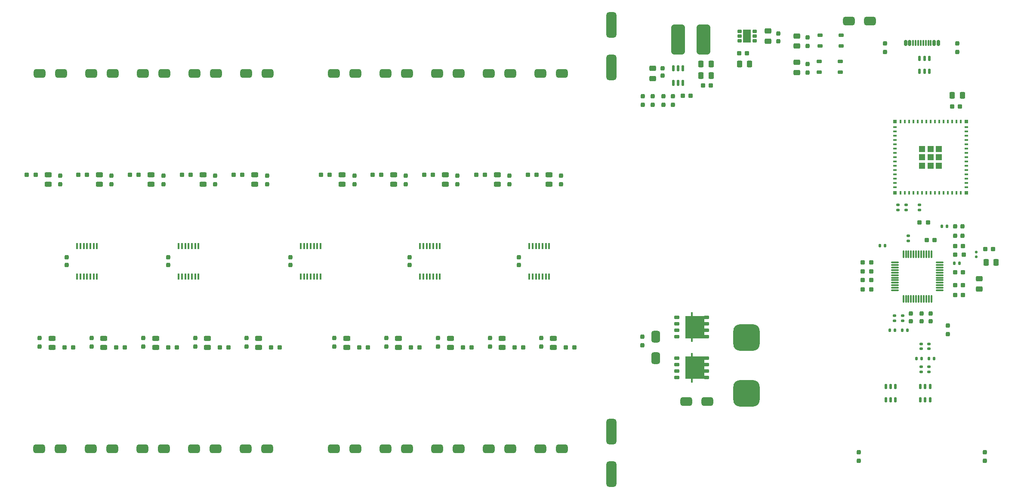
<source format=gtp>
G04*
G04 #@! TF.GenerationSoftware,Altium Limited,Altium Designer,25.4.2 (15)*
G04*
G04 Layer_Color=8421504*
%FSLAX44Y44*%
%MOMM*%
G71*
G04*
G04 #@! TF.SameCoordinates,BB2F4313-EE7A-43B8-A872-F110206310C3*
G04*
G04*
G04 #@! TF.FilePolarity,Positive*
G04*
G01*
G75*
G04:AMPARAMS|DCode=15|XSize=5.2mm|YSize=5.2mm|CornerRadius=1.3mm|HoleSize=0mm|Usage=FLASHONLY|Rotation=270.000|XOffset=0mm|YOffset=0mm|HoleType=Round|Shape=RoundedRectangle|*
%AMROUNDEDRECTD15*
21,1,5.2000,2.6000,0,0,270.0*
21,1,2.6000,5.2000,0,0,270.0*
1,1,2.6000,-1.3000,-1.3000*
1,1,2.6000,-1.3000,1.3000*
1,1,2.6000,1.3000,1.3000*
1,1,2.6000,1.3000,-1.3000*
%
%ADD15ROUNDEDRECTD15*%
G04:AMPARAMS|DCode=16|XSize=5mm|YSize=2mm|CornerRadius=0.5mm|HoleSize=0mm|Usage=FLASHONLY|Rotation=270.000|XOffset=0mm|YOffset=0mm|HoleType=Round|Shape=RoundedRectangle|*
%AMROUNDEDRECTD16*
21,1,5.0000,1.0000,0,0,270.0*
21,1,4.0000,2.0000,0,0,270.0*
1,1,1.0000,-0.5000,-2.0000*
1,1,1.0000,-0.5000,2.0000*
1,1,1.0000,0.5000,2.0000*
1,1,1.0000,0.5000,-2.0000*
%
%ADD16ROUNDEDRECTD16*%
G04:AMPARAMS|DCode=17|XSize=0.6mm|YSize=1.1mm|CornerRadius=0.15mm|HoleSize=0mm|Usage=FLASHONLY|Rotation=270.000|XOffset=0mm|YOffset=0mm|HoleType=Round|Shape=RoundedRectangle|*
%AMROUNDEDRECTD17*
21,1,0.6000,0.8000,0,0,270.0*
21,1,0.3000,1.1000,0,0,270.0*
1,1,0.3000,-0.4000,-0.1500*
1,1,0.3000,-0.4000,0.1500*
1,1,0.3000,0.4000,0.1500*
1,1,0.3000,0.4000,-0.1500*
%
%ADD17ROUNDEDRECTD17*%
%ADD18R,3.8000X4.4000*%
G04:AMPARAMS|DCode=19|XSize=0.4mm|YSize=0.9mm|CornerRadius=0.1mm|HoleSize=0mm|Usage=FLASHONLY|Rotation=0.000|XOffset=0mm|YOffset=0mm|HoleType=Round|Shape=RoundedRectangle|*
%AMROUNDEDRECTD19*
21,1,0.4000,0.7000,0,0,0.0*
21,1,0.2000,0.9000,0,0,0.0*
1,1,0.2000,0.1000,-0.3500*
1,1,0.2000,-0.1000,-0.3500*
1,1,0.2000,-0.1000,0.3500*
1,1,0.2000,0.1000,0.3500*
%
%ADD19ROUNDEDRECTD19*%
G04:AMPARAMS|DCode=20|XSize=1.05mm|YSize=0.65mm|CornerRadius=0.1625mm|HoleSize=0mm|Usage=FLASHONLY|Rotation=180.000|XOffset=0mm|YOffset=0mm|HoleType=Round|Shape=RoundedRectangle|*
%AMROUNDEDRECTD20*
21,1,1.0500,0.3250,0,0,180.0*
21,1,0.7250,0.6500,0,0,180.0*
1,1,0.3250,-0.3625,0.1625*
1,1,0.3250,0.3625,0.1625*
1,1,0.3250,0.3625,-0.1625*
1,1,0.3250,-0.3625,-0.1625*
%
%ADD20ROUNDEDRECTD20*%
%ADD21R,0.4000X0.8000*%
%ADD22R,1.2000X1.2000*%
%ADD23R,0.8000X0.4000*%
%ADD24R,0.8000X0.8000*%
G04:AMPARAMS|DCode=25|XSize=0.6mm|YSize=1.14mm|CornerRadius=0.15mm|HoleSize=0mm|Usage=FLASHONLY|Rotation=180.000|XOffset=0mm|YOffset=0mm|HoleType=Round|Shape=RoundedRectangle|*
%AMROUNDEDRECTD25*
21,1,0.6000,0.8400,0,0,180.0*
21,1,0.3000,1.1400,0,0,180.0*
1,1,0.3000,-0.1500,0.4200*
1,1,0.3000,0.1500,0.4200*
1,1,0.3000,0.1500,-0.4200*
1,1,0.3000,-0.1500,-0.4200*
%
%ADD25ROUNDEDRECTD25*%
G04:AMPARAMS|DCode=26|XSize=0.3mm|YSize=1.14mm|CornerRadius=0.075mm|HoleSize=0mm|Usage=FLASHONLY|Rotation=180.000|XOffset=0mm|YOffset=0mm|HoleType=Round|Shape=RoundedRectangle|*
%AMROUNDEDRECTD26*
21,1,0.3000,0.9900,0,0,180.0*
21,1,0.1500,1.1400,0,0,180.0*
1,1,0.1500,-0.0750,0.4950*
1,1,0.1500,0.0750,0.4950*
1,1,0.1500,0.0750,-0.4950*
1,1,0.1500,-0.0750,-0.4950*
%
%ADD26ROUNDEDRECTD26*%
G04:AMPARAMS|DCode=27|XSize=2.7mm|YSize=6mm|CornerRadius=0.675mm|HoleSize=0mm|Usage=FLASHONLY|Rotation=0.000|XOffset=0mm|YOffset=0mm|HoleType=Round|Shape=RoundedRectangle|*
%AMROUNDEDRECTD27*
21,1,2.7000,4.6500,0,0,0.0*
21,1,1.3500,6.0000,0,0,0.0*
1,1,1.3500,0.6750,-2.3250*
1,1,1.3500,-0.6750,-2.3250*
1,1,1.3500,-0.6750,2.3250*
1,1,1.3500,0.6750,2.3250*
%
%ADD27ROUNDEDRECTD27*%
G04:AMPARAMS|DCode=28|XSize=2.3mm|YSize=1.7mm|CornerRadius=0.425mm|HoleSize=0mm|Usage=FLASHONLY|Rotation=180.000|XOffset=0mm|YOffset=0mm|HoleType=Round|Shape=RoundedRectangle|*
%AMROUNDEDRECTD28*
21,1,2.3000,0.8500,0,0,180.0*
21,1,1.4500,1.7000,0,0,180.0*
1,1,0.8500,-0.7250,0.4250*
1,1,0.8500,0.7250,0.4250*
1,1,0.8500,0.7250,-0.4250*
1,1,0.8500,-0.7250,-0.4250*
%
%ADD28ROUNDEDRECTD28*%
G04:AMPARAMS|DCode=29|XSize=2.3mm|YSize=1.7mm|CornerRadius=0.425mm|HoleSize=0mm|Usage=FLASHONLY|Rotation=90.000|XOffset=0mm|YOffset=0mm|HoleType=Round|Shape=RoundedRectangle|*
%AMROUNDEDRECTD29*
21,1,2.3000,0.8500,0,0,90.0*
21,1,1.4500,1.7000,0,0,90.0*
1,1,0.8500,0.4250,0.7250*
1,1,0.8500,0.4250,-0.7250*
1,1,0.8500,-0.4250,-0.7250*
1,1,0.8500,-0.4250,0.7250*
%
%ADD29ROUNDEDRECTD29*%
G04:AMPARAMS|DCode=30|XSize=0.3mm|YSize=1.5mm|CornerRadius=0.075mm|HoleSize=0mm|Usage=FLASHONLY|Rotation=90.000|XOffset=0mm|YOffset=0mm|HoleType=Round|Shape=RoundedRectangle|*
%AMROUNDEDRECTD30*
21,1,0.3000,1.3500,0,0,90.0*
21,1,0.1500,1.5000,0,0,90.0*
1,1,0.1500,0.6750,0.0750*
1,1,0.1500,0.6750,-0.0750*
1,1,0.1500,-0.6750,-0.0750*
1,1,0.1500,-0.6750,0.0750*
%
%ADD30ROUNDEDRECTD30*%
G04:AMPARAMS|DCode=31|XSize=0.3mm|YSize=1.5mm|CornerRadius=0.075mm|HoleSize=0mm|Usage=FLASHONLY|Rotation=180.000|XOffset=0mm|YOffset=0mm|HoleType=Round|Shape=RoundedRectangle|*
%AMROUNDEDRECTD31*
21,1,0.3000,1.3500,0,0,180.0*
21,1,0.1500,1.5000,0,0,180.0*
1,1,0.1500,-0.0750,0.6750*
1,1,0.1500,0.0750,0.6750*
1,1,0.1500,0.0750,-0.6750*
1,1,0.1500,-0.0750,-0.6750*
%
%ADD31ROUNDEDRECTD31*%
G04:AMPARAMS|DCode=32|XSize=0.9mm|YSize=0.8mm|CornerRadius=0.2mm|HoleSize=0mm|Usage=FLASHONLY|Rotation=90.000|XOffset=0mm|YOffset=0mm|HoleType=Round|Shape=RoundedRectangle|*
%AMROUNDEDRECTD32*
21,1,0.9000,0.4000,0,0,90.0*
21,1,0.5000,0.8000,0,0,90.0*
1,1,0.4000,0.2000,0.2500*
1,1,0.4000,0.2000,-0.2500*
1,1,0.4000,-0.2000,-0.2500*
1,1,0.4000,-0.2000,0.2500*
%
%ADD32ROUNDEDRECTD32*%
G04:AMPARAMS|DCode=33|XSize=0.9mm|YSize=0.6mm|CornerRadius=0.15mm|HoleSize=0mm|Usage=FLASHONLY|Rotation=180.000|XOffset=0mm|YOffset=0mm|HoleType=Round|Shape=RoundedRectangle|*
%AMROUNDEDRECTD33*
21,1,0.9000,0.3000,0,0,180.0*
21,1,0.6000,0.6000,0,0,180.0*
1,1,0.3000,-0.3000,0.1500*
1,1,0.3000,0.3000,0.1500*
1,1,0.3000,0.3000,-0.1500*
1,1,0.3000,-0.3000,-0.1500*
%
%ADD33ROUNDEDRECTD33*%
%ADD34R,1.6000X2.5000*%
G04:AMPARAMS|DCode=35|XSize=1mm|YSize=1.4mm|CornerRadius=0.25mm|HoleSize=0mm|Usage=FLASHONLY|Rotation=270.000|XOffset=0mm|YOffset=0mm|HoleType=Round|Shape=RoundedRectangle|*
%AMROUNDEDRECTD35*
21,1,1.0000,0.9000,0,0,270.0*
21,1,0.5000,1.4000,0,0,270.0*
1,1,0.5000,-0.4500,-0.2500*
1,1,0.5000,-0.4500,0.2500*
1,1,0.5000,0.4500,0.2500*
1,1,0.5000,0.4500,-0.2500*
%
%ADD35ROUNDEDRECTD35*%
G04:AMPARAMS|DCode=36|XSize=1mm|YSize=0.5mm|CornerRadius=0.125mm|HoleSize=0mm|Usage=FLASHONLY|Rotation=270.000|XOffset=0mm|YOffset=0mm|HoleType=Round|Shape=RoundedRectangle|*
%AMROUNDEDRECTD36*
21,1,1.0000,0.2500,0,0,270.0*
21,1,0.7500,0.5000,0,0,270.0*
1,1,0.2500,-0.1250,-0.3750*
1,1,0.2500,-0.1250,0.3750*
1,1,0.2500,0.1250,0.3750*
1,1,0.2500,0.1250,-0.3750*
%
%ADD36ROUNDEDRECTD36*%
G04:AMPARAMS|DCode=37|XSize=1.2mm|YSize=0.5mm|CornerRadius=0.125mm|HoleSize=0mm|Usage=FLASHONLY|Rotation=270.000|XOffset=0mm|YOffset=0mm|HoleType=Round|Shape=RoundedRectangle|*
%AMROUNDEDRECTD37*
21,1,1.2000,0.2500,0,0,270.0*
21,1,0.9500,0.5000,0,0,270.0*
1,1,0.2500,-0.1250,-0.4750*
1,1,0.2500,-0.1250,0.4750*
1,1,0.2500,0.1250,0.4750*
1,1,0.2500,0.1250,-0.4750*
%
%ADD37ROUNDEDRECTD37*%
G04:AMPARAMS|DCode=38|XSize=1.25mm|YSize=0.35mm|CornerRadius=0.0875mm|HoleSize=0mm|Usage=FLASHONLY|Rotation=90.000|XOffset=0mm|YOffset=0mm|HoleType=Round|Shape=RoundedRectangle|*
%AMROUNDEDRECTD38*
21,1,1.2500,0.1750,0,0,90.0*
21,1,1.0750,0.3500,0,0,90.0*
1,1,0.1750,0.0875,0.5375*
1,1,0.1750,0.0875,-0.5375*
1,1,0.1750,-0.0875,-0.5375*
1,1,0.1750,-0.0875,0.5375*
%
%ADD38ROUNDEDRECTD38*%
G04:AMPARAMS|DCode=39|XSize=0.5mm|YSize=0.5mm|CornerRadius=0.125mm|HoleSize=0mm|Usage=FLASHONLY|Rotation=270.000|XOffset=0mm|YOffset=0mm|HoleType=Round|Shape=RoundedRectangle|*
%AMROUNDEDRECTD39*
21,1,0.5000,0.2500,0,0,270.0*
21,1,0.2500,0.5000,0,0,270.0*
1,1,0.2500,-0.1250,-0.1250*
1,1,0.2500,-0.1250,0.1250*
1,1,0.2500,0.1250,0.1250*
1,1,0.2500,0.1250,-0.1250*
%
%ADD39ROUNDEDRECTD39*%
G04:AMPARAMS|DCode=40|XSize=0.9mm|YSize=0.8mm|CornerRadius=0.2mm|HoleSize=0mm|Usage=FLASHONLY|Rotation=0.000|XOffset=0mm|YOffset=0mm|HoleType=Round|Shape=RoundedRectangle|*
%AMROUNDEDRECTD40*
21,1,0.9000,0.4000,0,0,0.0*
21,1,0.5000,0.8000,0,0,0.0*
1,1,0.4000,0.2500,-0.2000*
1,1,0.4000,-0.2500,-0.2000*
1,1,0.4000,-0.2500,0.2000*
1,1,0.4000,0.2500,0.2000*
%
%ADD40ROUNDEDRECTD40*%
G04:AMPARAMS|DCode=41|XSize=0.5mm|YSize=0.6mm|CornerRadius=0.125mm|HoleSize=0mm|Usage=FLASHONLY|Rotation=90.000|XOffset=0mm|YOffset=0mm|HoleType=Round|Shape=RoundedRectangle|*
%AMROUNDEDRECTD41*
21,1,0.5000,0.3500,0,0,90.0*
21,1,0.2500,0.6000,0,0,90.0*
1,1,0.2500,0.1750,0.1250*
1,1,0.2500,0.1750,-0.1250*
1,1,0.2500,-0.1750,-0.1250*
1,1,0.2500,-0.1750,0.1250*
%
%ADD41ROUNDEDRECTD41*%
G04:AMPARAMS|DCode=42|XSize=0.5mm|YSize=0.6mm|CornerRadius=0.125mm|HoleSize=0mm|Usage=FLASHONLY|Rotation=0.000|XOffset=0mm|YOffset=0mm|HoleType=Round|Shape=RoundedRectangle|*
%AMROUNDEDRECTD42*
21,1,0.5000,0.3500,0,0,0.0*
21,1,0.2500,0.6000,0,0,0.0*
1,1,0.2500,0.1250,-0.1750*
1,1,0.2500,-0.1250,-0.1750*
1,1,0.2500,-0.1250,0.1750*
1,1,0.2500,0.1250,0.1750*
%
%ADD42ROUNDEDRECTD42*%
G04:AMPARAMS|DCode=43|XSize=1.1mm|YSize=1.3mm|CornerRadius=0.275mm|HoleSize=0mm|Usage=FLASHONLY|Rotation=180.000|XOffset=0mm|YOffset=0mm|HoleType=Round|Shape=RoundedRectangle|*
%AMROUNDEDRECTD43*
21,1,1.1000,0.7500,0,0,180.0*
21,1,0.5500,1.3000,0,0,180.0*
1,1,0.5500,-0.2750,0.3750*
1,1,0.5500,0.2750,0.3750*
1,1,0.5500,0.2750,-0.3750*
1,1,0.5500,-0.2750,-0.3750*
%
%ADD43ROUNDEDRECTD43*%
G04:AMPARAMS|DCode=44|XSize=1.1mm|YSize=1.3mm|CornerRadius=0.275mm|HoleSize=0mm|Usage=FLASHONLY|Rotation=270.000|XOffset=0mm|YOffset=0mm|HoleType=Round|Shape=RoundedRectangle|*
%AMROUNDEDRECTD44*
21,1,1.1000,0.7500,0,0,270.0*
21,1,0.5500,1.3000,0,0,270.0*
1,1,0.5500,-0.3750,-0.2750*
1,1,0.5500,-0.3750,0.2750*
1,1,0.5500,0.3750,0.2750*
1,1,0.5500,0.3750,-0.2750*
%
%ADD44ROUNDEDRECTD44*%
D15*
X1458000Y349000D02*
D03*
Y239000D02*
D03*
D16*
X1192000Y882000D02*
D03*
Y966000D02*
D03*
Y164000D02*
D03*
Y80000D02*
D03*
D17*
X1321000Y309050D02*
D03*
Y296350D02*
D03*
Y283650D02*
D03*
Y270950D02*
D03*
X1379000Y309050D02*
D03*
Y296350D02*
D03*
Y283650D02*
D03*
Y270950D02*
D03*
X1321000Y389050D02*
D03*
Y376350D02*
D03*
Y363650D02*
D03*
Y350950D02*
D03*
X1379000Y389050D02*
D03*
Y376350D02*
D03*
Y363650D02*
D03*
Y350950D02*
D03*
D18*
X1356000Y290000D02*
D03*
X1356000Y370000D02*
D03*
D19*
X1350000Y265000D02*
D03*
Y315000D02*
D03*
X1350000Y345000D02*
D03*
Y395000D02*
D03*
D20*
X1601250Y893750D02*
D03*
X1642750D02*
D03*
X1601250Y872250D02*
D03*
X1642750D02*
D03*
X1602250Y945750D02*
D03*
X1643750D02*
D03*
X1602250Y924250D02*
D03*
X1643750D02*
D03*
D21*
X1760500Y635000D02*
D03*
X1769000D02*
D03*
X1777500D02*
D03*
X1786000D02*
D03*
X1794500D02*
D03*
X1803000D02*
D03*
X1811500D02*
D03*
X1820000D02*
D03*
X1828500D02*
D03*
X1837000D02*
D03*
X1845500D02*
D03*
X1854000D02*
D03*
X1862500D02*
D03*
X1871000D02*
D03*
X1879500D02*
D03*
X1760500Y775000D02*
D03*
X1769000D02*
D03*
X1777500D02*
D03*
X1786000D02*
D03*
X1794500D02*
D03*
X1803000D02*
D03*
X1811500D02*
D03*
X1820000D02*
D03*
X1828500D02*
D03*
X1837000D02*
D03*
X1845500D02*
D03*
X1854000D02*
D03*
X1862500D02*
D03*
X1871000D02*
D03*
X1879500D02*
D03*
D22*
X1836500Y721500D02*
D03*
X1820000D02*
D03*
X1803500D02*
D03*
Y705000D02*
D03*
Y688500D02*
D03*
X1820000D02*
D03*
X1836500D02*
D03*
Y705000D02*
D03*
X1820000D02*
D03*
D23*
X1890000Y764500D02*
D03*
Y756000D02*
D03*
Y747500D02*
D03*
Y739000D02*
D03*
Y730500D02*
D03*
Y722000D02*
D03*
Y713500D02*
D03*
Y705000D02*
D03*
Y696500D02*
D03*
Y688000D02*
D03*
Y679500D02*
D03*
Y671000D02*
D03*
Y662500D02*
D03*
Y654000D02*
D03*
Y645500D02*
D03*
X1750000D02*
D03*
Y654000D02*
D03*
Y662500D02*
D03*
Y671000D02*
D03*
Y679500D02*
D03*
Y688000D02*
D03*
Y696500D02*
D03*
Y705000D02*
D03*
Y713500D02*
D03*
Y722000D02*
D03*
Y730500D02*
D03*
Y739000D02*
D03*
Y747500D02*
D03*
Y756000D02*
D03*
Y764500D02*
D03*
D24*
Y635000D02*
D03*
X1890000D02*
D03*
X1750000Y775000D02*
D03*
X1890000D02*
D03*
D25*
X1835000Y930000D02*
D03*
X1827000D02*
D03*
X1771000D02*
D03*
X1779000D02*
D03*
D26*
X1820500D02*
D03*
X1815500D02*
D03*
X1810500D02*
D03*
X1805500D02*
D03*
X1800500D02*
D03*
X1795500D02*
D03*
X1790500D02*
D03*
X1785500D02*
D03*
D27*
X1373000Y937000D02*
D03*
X1323000D02*
D03*
D28*
X1339000Y223000D02*
D03*
X1381000D02*
D03*
X1701000Y973000D02*
D03*
X1659000D02*
D03*
X1052200Y130000D02*
D03*
X1094200D02*
D03*
X950600D02*
D03*
X992600D02*
D03*
X849000D02*
D03*
X891000D02*
D03*
X747400D02*
D03*
X789400D02*
D03*
X645800D02*
D03*
X687800D02*
D03*
X472200D02*
D03*
X514200D02*
D03*
X370600D02*
D03*
X412600D02*
D03*
X269000D02*
D03*
X311000D02*
D03*
X167400D02*
D03*
X209400D02*
D03*
X65800D02*
D03*
X107800D02*
D03*
X108800Y870000D02*
D03*
X66800D02*
D03*
X210400D02*
D03*
X168400D02*
D03*
X312000D02*
D03*
X270000D02*
D03*
X413600D02*
D03*
X371600D02*
D03*
X515200D02*
D03*
X473200D02*
D03*
X687800D02*
D03*
X645800D02*
D03*
X789400D02*
D03*
X747400D02*
D03*
X891000D02*
D03*
X849000D02*
D03*
X992600D02*
D03*
X950600D02*
D03*
X1094200D02*
D03*
X1052200D02*
D03*
D29*
X1279000Y351000D02*
D03*
Y309000D02*
D03*
D30*
X1750000Y442500D02*
D03*
Y447500D02*
D03*
Y452500D02*
D03*
Y457500D02*
D03*
Y462500D02*
D03*
Y467500D02*
D03*
Y472500D02*
D03*
Y477500D02*
D03*
Y482500D02*
D03*
Y487500D02*
D03*
Y492500D02*
D03*
Y497500D02*
D03*
X1838000D02*
D03*
Y492500D02*
D03*
Y487500D02*
D03*
Y482500D02*
D03*
Y477500D02*
D03*
Y472500D02*
D03*
Y467500D02*
D03*
Y462500D02*
D03*
Y457500D02*
D03*
Y452500D02*
D03*
Y447500D02*
D03*
Y442500D02*
D03*
D31*
X1766500Y514000D02*
D03*
X1771500D02*
D03*
X1776500D02*
D03*
X1781500D02*
D03*
X1786500D02*
D03*
X1791500D02*
D03*
X1796500D02*
D03*
X1801500D02*
D03*
X1806500D02*
D03*
X1811500D02*
D03*
X1816500D02*
D03*
X1821500D02*
D03*
Y426000D02*
D03*
X1816500D02*
D03*
X1811500D02*
D03*
X1806500D02*
D03*
X1801500D02*
D03*
X1796500D02*
D03*
X1791500D02*
D03*
X1786500D02*
D03*
X1781500D02*
D03*
X1776500D02*
D03*
X1771500D02*
D03*
X1766500D02*
D03*
D32*
X1868500Y549830D02*
D03*
Y568330D02*
D03*
X1883000D02*
D03*
Y549830D02*
D03*
X1253000Y334500D02*
D03*
Y351500D02*
D03*
X1254000Y808500D02*
D03*
Y825500D02*
D03*
X1294000D02*
D03*
Y808500D02*
D03*
X1273000Y825500D02*
D03*
Y808500D02*
D03*
X1313000Y808500D02*
D03*
Y825500D02*
D03*
X1873000Y912500D02*
D03*
Y929500D02*
D03*
X1730000Y912500D02*
D03*
Y929500D02*
D03*
X1578040Y872164D02*
D03*
Y889164D02*
D03*
X1578040Y924164D02*
D03*
Y941164D02*
D03*
X1679000Y123500D02*
D03*
Y106500D02*
D03*
X1927000Y123500D02*
D03*
Y106500D02*
D03*
X1854000Y356500D02*
D03*
Y373500D02*
D03*
X1054000Y348500D02*
D03*
Y331500D02*
D03*
X953000Y348500D02*
D03*
Y331500D02*
D03*
X851000Y348500D02*
D03*
Y331500D02*
D03*
X749000Y348500D02*
D03*
Y331500D02*
D03*
X647000Y348500D02*
D03*
Y331500D02*
D03*
X473990Y348500D02*
D03*
Y331500D02*
D03*
X372990Y348500D02*
D03*
Y331500D02*
D03*
X270990Y348500D02*
D03*
Y331500D02*
D03*
X168990Y348500D02*
D03*
Y331500D02*
D03*
X66990Y348500D02*
D03*
Y331500D02*
D03*
X107210Y651500D02*
D03*
Y668500D02*
D03*
X208210Y651500D02*
D03*
Y668500D02*
D03*
X310210Y651500D02*
D03*
Y668500D02*
D03*
X412210Y651500D02*
D03*
Y668500D02*
D03*
X514210Y651500D02*
D03*
Y668500D02*
D03*
X686190Y651500D02*
D03*
Y668500D02*
D03*
X787190Y651500D02*
D03*
Y668500D02*
D03*
X889190Y651500D02*
D03*
Y668500D02*
D03*
X991190Y651500D02*
D03*
Y668500D02*
D03*
X1093190Y651500D02*
D03*
Y668500D02*
D03*
X1520000Y933500D02*
D03*
Y948500D02*
D03*
X1293000Y880500D02*
D03*
Y865500D02*
D03*
X1802000Y396500D02*
D03*
Y381500D02*
D03*
X1781478Y396545D02*
D03*
Y381545D02*
D03*
X1819750Y396500D02*
D03*
Y381500D02*
D03*
X1010000Y507500D02*
D03*
Y492500D02*
D03*
X795000Y507500D02*
D03*
Y492500D02*
D03*
X560000Y507500D02*
D03*
Y492500D02*
D03*
X320000Y507500D02*
D03*
Y492500D02*
D03*
X120000Y507500D02*
D03*
Y492500D02*
D03*
D33*
X1474000Y934500D02*
D03*
Y944000D02*
D03*
Y953500D02*
D03*
X1444000Y934500D02*
D03*
Y944000D02*
D03*
Y953500D02*
D03*
D34*
X1459000Y944000D02*
D03*
D35*
X1078000Y348000D02*
D03*
Y330000D02*
D03*
X977000Y348000D02*
D03*
Y330000D02*
D03*
X875000Y348000D02*
D03*
Y330000D02*
D03*
X773000Y348000D02*
D03*
Y330000D02*
D03*
X671000Y348000D02*
D03*
Y330000D02*
D03*
X497990Y348000D02*
D03*
Y330000D02*
D03*
X396990Y348000D02*
D03*
Y330000D02*
D03*
X294990Y348000D02*
D03*
Y330000D02*
D03*
X192990Y348000D02*
D03*
Y330000D02*
D03*
X90990Y348000D02*
D03*
Y330000D02*
D03*
X83210Y652000D02*
D03*
Y670000D02*
D03*
X184210Y652000D02*
D03*
Y670000D02*
D03*
X286210Y652000D02*
D03*
Y670000D02*
D03*
X388210Y652000D02*
D03*
Y670000D02*
D03*
X490210Y652000D02*
D03*
Y670000D02*
D03*
X662190Y652000D02*
D03*
Y670000D02*
D03*
X763190Y652000D02*
D03*
Y670000D02*
D03*
X865190Y652000D02*
D03*
Y670000D02*
D03*
X967190Y652000D02*
D03*
Y670000D02*
D03*
X1069190Y652000D02*
D03*
Y670000D02*
D03*
D36*
X1798500Y874000D02*
D03*
X1808000D02*
D03*
X1817500D02*
D03*
X1798500Y900000D02*
D03*
X1808000D02*
D03*
X1817500D02*
D03*
X1732000Y227000D02*
D03*
X1741500D02*
D03*
X1751000D02*
D03*
X1732000Y253000D02*
D03*
X1741500D02*
D03*
X1751000D02*
D03*
X1800000Y227000D02*
D03*
X1809500D02*
D03*
X1819000D02*
D03*
X1800000Y253000D02*
D03*
X1809500D02*
D03*
X1819000D02*
D03*
D37*
X1313500Y851750D02*
D03*
X1323000D02*
D03*
X1332500D02*
D03*
X1313500Y880250D02*
D03*
X1323000D02*
D03*
X1332500D02*
D03*
D38*
X1069500Y530000D02*
D03*
X1063000D02*
D03*
X1056500D02*
D03*
X1050000D02*
D03*
X1043500D02*
D03*
X1037000D02*
D03*
X1030500D02*
D03*
X1069500Y470000D02*
D03*
X1063000D02*
D03*
X1056500D02*
D03*
X1050000D02*
D03*
X1043500D02*
D03*
X1037000D02*
D03*
X1030500D02*
D03*
X854500Y530000D02*
D03*
X848000D02*
D03*
X841500D02*
D03*
X835000D02*
D03*
X828500D02*
D03*
X822000D02*
D03*
X815500D02*
D03*
X854500Y470000D02*
D03*
X848000D02*
D03*
X841500D02*
D03*
X835000D02*
D03*
X828500D02*
D03*
X822000D02*
D03*
X815500D02*
D03*
X619500Y530000D02*
D03*
X613000D02*
D03*
X606500D02*
D03*
X600000D02*
D03*
X593500D02*
D03*
X587000D02*
D03*
X580500D02*
D03*
X619500Y470000D02*
D03*
X613000D02*
D03*
X606500D02*
D03*
X600000D02*
D03*
X593500D02*
D03*
X587000D02*
D03*
X580500D02*
D03*
X379500Y530000D02*
D03*
X373000D02*
D03*
X366500D02*
D03*
X360000D02*
D03*
X353500D02*
D03*
X347000D02*
D03*
X340500D02*
D03*
X379500Y470000D02*
D03*
X373000D02*
D03*
X366500D02*
D03*
X360000D02*
D03*
X353500D02*
D03*
X347000D02*
D03*
X340500D02*
D03*
X179500Y530000D02*
D03*
X173000D02*
D03*
X166500D02*
D03*
X160000D02*
D03*
X153500D02*
D03*
X147000D02*
D03*
X140500D02*
D03*
X179500Y470000D02*
D03*
X173000D02*
D03*
X166500D02*
D03*
X160000D02*
D03*
X153500D02*
D03*
X147000D02*
D03*
X140500D02*
D03*
D39*
X1910000Y517500D02*
D03*
Y508500D02*
D03*
D40*
X1798000Y576000D02*
D03*
X1815000D02*
D03*
X1703500Y480040D02*
D03*
X1686500D02*
D03*
X1703500Y462500D02*
D03*
X1686500D02*
D03*
X1703500Y444500D02*
D03*
X1686500D02*
D03*
X1703500Y497580D02*
D03*
X1686500D02*
D03*
X1885500Y512540D02*
D03*
X1868500D02*
D03*
X1102500Y330000D02*
D03*
X1119500D02*
D03*
X1001500D02*
D03*
X1018500D02*
D03*
X899500D02*
D03*
X916500D02*
D03*
X797500D02*
D03*
X814500D02*
D03*
X695500D02*
D03*
X712500D02*
D03*
X522490D02*
D03*
X539490D02*
D03*
X421490D02*
D03*
X438490D02*
D03*
X319490D02*
D03*
X336490D02*
D03*
X217490D02*
D03*
X234490D02*
D03*
X115490D02*
D03*
X132490D02*
D03*
X58710Y670000D02*
D03*
X41710D02*
D03*
X159710D02*
D03*
X142710D02*
D03*
X261710D02*
D03*
X244710D02*
D03*
X363710D02*
D03*
X346710D02*
D03*
X465710D02*
D03*
X448710D02*
D03*
X637690D02*
D03*
X620690D02*
D03*
X738690D02*
D03*
X721690D02*
D03*
X840690D02*
D03*
X823690D02*
D03*
X942690D02*
D03*
X925690D02*
D03*
X1044690D02*
D03*
X1027690D02*
D03*
X1443500Y910000D02*
D03*
X1458500D02*
D03*
X1347500Y826000D02*
D03*
X1332500D02*
D03*
X1387500Y846000D02*
D03*
X1372500D02*
D03*
X1862500Y805000D02*
D03*
X1877500D02*
D03*
X1928000Y524000D02*
D03*
X1943000D02*
D03*
X1868500Y478000D02*
D03*
X1883500D02*
D03*
X1868500Y453000D02*
D03*
X1883500D02*
D03*
X1868500Y433000D02*
D03*
X1883500D02*
D03*
X1812500Y542000D02*
D03*
X1827500D02*
D03*
X1868500Y530080D02*
D03*
X1883500D02*
D03*
D41*
X1756000Y601000D02*
D03*
Y611000D02*
D03*
X1772000Y601000D02*
D03*
Y611000D02*
D03*
X1798000Y601000D02*
D03*
Y611000D02*
D03*
X1764938Y392500D02*
D03*
Y382500D02*
D03*
X1776500Y550000D02*
D03*
Y540000D02*
D03*
X1749398Y392500D02*
D03*
Y382500D02*
D03*
X1801500Y337000D02*
D03*
Y327000D02*
D03*
X1817040Y337000D02*
D03*
Y327000D02*
D03*
X1801460Y282000D02*
D03*
Y292000D02*
D03*
X1817000D02*
D03*
Y282000D02*
D03*
D42*
X1764540Y364000D02*
D03*
X1774540D02*
D03*
X1750000D02*
D03*
X1740000D02*
D03*
X1791960Y308000D02*
D03*
X1801960D02*
D03*
X1826500D02*
D03*
X1816500D02*
D03*
X1852000Y568500D02*
D03*
X1842000D02*
D03*
X1730000Y531000D02*
D03*
X1720000D02*
D03*
X1866500Y496000D02*
D03*
X1876500D02*
D03*
D43*
X1444000Y889000D02*
D03*
X1464000D02*
D03*
X1388000D02*
D03*
X1368000D02*
D03*
X1388000Y866000D02*
D03*
X1368000D02*
D03*
X1862500Y827000D02*
D03*
X1882500D02*
D03*
X1929000Y498000D02*
D03*
X1949000D02*
D03*
D44*
X1500000Y934000D02*
D03*
Y954000D02*
D03*
X1273000Y880000D02*
D03*
Y860000D02*
D03*
X1557000Y872000D02*
D03*
Y892000D02*
D03*
X1557000Y924000D02*
D03*
Y944000D02*
D03*
X1916000Y465500D02*
D03*
Y445500D02*
D03*
M02*

</source>
